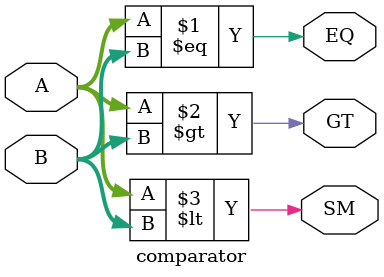
<source format=v>

module comparator(A, B, EQ, GT, SM);
	input [3:0] A,B;
	output EQ, GT, SM;

    assign EQ = (A == B);
    assign GT = (A > B);
    assign SM = (A < B);

endmodule
</source>
